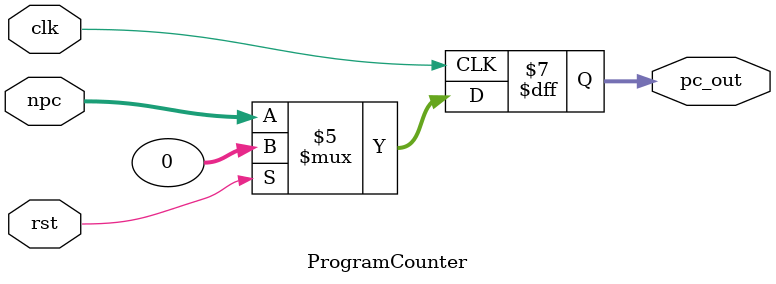
<source format=v>
`timescale 1ns / 1ps
module ProgramCounter(
    input clk,rst,//pc_write,
    input [31:0] npc,
	output reg [31:0] pc_out)
	;
    initial
    begin
        pc_out<=0;
    end
    always @ ( posedge clk )
        begin
          if (rst == 1)
    		  pc_out <= 32'h00000000;
    	  else
    	   begin
			//if (pc_write == 1)
				pc_out <= npc;
			end
			//$display("PC=%h",pc_out);
		end  	
endmodule

</source>
